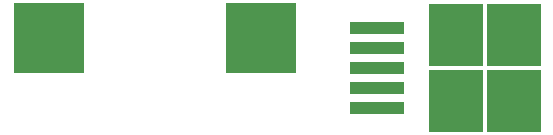
<source format=gbr>
%TF.GenerationSoftware,KiCad,Pcbnew,(6.0.4-0)*%
%TF.CreationDate,2022-04-27T17:17:30-07:00*%
%TF.ProjectId,DC_To_DC_Converter,44435f54-6f5f-4444-935f-436f6e766572,rev?*%
%TF.SameCoordinates,Original*%
%TF.FileFunction,Paste,Top*%
%TF.FilePolarity,Positive*%
%FSLAX46Y46*%
G04 Gerber Fmt 4.6, Leading zero omitted, Abs format (unit mm)*
G04 Created by KiCad (PCBNEW (6.0.4-0)) date 2022-04-27 17:17:30*
%MOMM*%
%LPD*%
G01*
G04 APERTURE LIST*
%ADD10R,4.550000X5.250000*%
%ADD11R,4.600000X1.100000*%
%ADD12R,6.000000X6.000000*%
G04 APERTURE END LIST*
D10*
%TO.C,U1*%
X162445000Y-55645000D03*
X162445000Y-61195000D03*
X157595000Y-55645000D03*
X157595000Y-61195000D03*
D11*
X150870000Y-55020000D03*
X150870000Y-56720000D03*
X150870000Y-58420000D03*
X150870000Y-60120000D03*
X150870000Y-61820000D03*
%TD*%
D12*
%TO.C,L1*%
X123080000Y-55880000D03*
X141080000Y-55880000D03*
%TD*%
M02*

</source>
